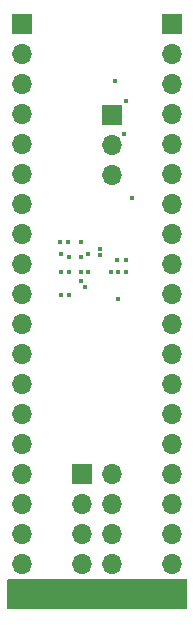
<source format=gbr>
%TF.GenerationSoftware,KiCad,Pcbnew,8.0.1*%
%TF.CreationDate,2024-03-17T23:14:56+11:00*%
%TF.ProjectId,PCAL6534EV-breakout,5043414c-3635-4333-9445-562d62726561,rev?*%
%TF.SameCoordinates,Original*%
%TF.FileFunction,Copper,L4,Inr*%
%TF.FilePolarity,Positive*%
%FSLAX46Y46*%
G04 Gerber Fmt 4.6, Leading zero omitted, Abs format (unit mm)*
G04 Created by KiCad (PCBNEW 8.0.1) date 2024-03-17 23:14:56*
%MOMM*%
%LPD*%
G01*
G04 APERTURE LIST*
%TA.AperFunction,ComponentPad*%
%ADD10R,1.700000X1.700000*%
%TD*%
%TA.AperFunction,ComponentPad*%
%ADD11O,1.700000X1.700000*%
%TD*%
%TA.AperFunction,ViaPad*%
%ADD12C,0.450000*%
%TD*%
%TA.AperFunction,ViaPad*%
%ADD13C,0.800000*%
%TD*%
G04 APERTURE END LIST*
D10*
%TO.N,GND*%
%TO.C,J4*%
X153725000Y-124450000D03*
D11*
%TO.N,P2_0*%
X156265000Y-124450000D03*
%TO.N,P1_6*%
X153725000Y-126990000D03*
%TO.N,P2_2*%
X156265000Y-126990000D03*
%TO.N,P1_7*%
X153725000Y-129530000D03*
%TO.N,P2_1*%
X156265000Y-129530000D03*
%TO.N,P1_4*%
X153725000Y-132070000D03*
%TO.N,GND*%
X156265000Y-132070000D03*
%TD*%
D10*
%TO.N,+3V3*%
%TO.C,JP1*%
X156270000Y-93985000D03*
D11*
%TO.N,/V_{DD(P)}*%
X156270000Y-96525000D03*
%TO.N,VIO*%
X156270000Y-99065000D03*
%TD*%
D10*
%TO.N,GND*%
%TO.C,J3*%
X161350000Y-86350000D03*
D11*
%TO.N,+3V3*%
X161350000Y-88890000D03*
%TO.N,VIO*%
X161350000Y-91430000D03*
%TO.N,GND*%
X161350000Y-93970000D03*
%TO.N,/~{RESET}*%
X161350000Y-96510000D03*
%TO.N,GND*%
X161350000Y-99050000D03*
%TO.N,P4_1*%
X161350000Y-101590000D03*
%TO.N,P4_0*%
X161350000Y-104130000D03*
%TO.N,P3_7*%
X161350000Y-106670000D03*
%TO.N,P3_6*%
X161350000Y-109210000D03*
%TO.N,P3_5*%
X161350000Y-111750000D03*
%TO.N,P3_3*%
X161350000Y-114290000D03*
%TO.N,P3_2*%
X161350000Y-116830000D03*
%TO.N,P3_0*%
X161350000Y-119370000D03*
%TO.N,P2_7*%
X161350000Y-121910000D03*
%TO.N,P2_5*%
X161350000Y-124450000D03*
%TO.N,P2_6*%
X161350000Y-126990000D03*
%TO.N,P2_4*%
X161350000Y-129530000D03*
%TO.N,P2_3*%
X161350000Y-132070000D03*
%TO.N,GND*%
X161350000Y-134610000D03*
%TD*%
D10*
%TO.N,GND*%
%TO.C,J2*%
X148650000Y-86350000D03*
D11*
%TO.N,/SCL*%
X148650000Y-88890000D03*
%TO.N,/SDA*%
X148650000Y-91430000D03*
%TO.N,GND*%
X148650000Y-93970000D03*
%TO.N,/~{INT}*%
X148650000Y-96510000D03*
%TO.N,GND*%
X148650000Y-99050000D03*
%TO.N,P3_4*%
X148650000Y-101590000D03*
%TO.N,P0_2*%
X148650000Y-104130000D03*
%TO.N,P0_1*%
X148650000Y-106670000D03*
%TO.N,P0_5*%
X148650000Y-109210000D03*
%TO.N,P0_0*%
X148650000Y-111750000D03*
%TO.N,P0_4*%
X148650000Y-114290000D03*
%TO.N,P0_3*%
X148650000Y-116830000D03*
%TO.N,P0_7*%
X148650000Y-119370000D03*
%TO.N,P0_6*%
X148650000Y-121910000D03*
%TO.N,P1_2*%
X148650000Y-124450000D03*
%TO.N,P1_1*%
X148650000Y-126990000D03*
%TO.N,P1_5*%
X148650000Y-129530000D03*
%TO.N,P1_3*%
X148650000Y-132070000D03*
%TO.N,GND*%
X148650000Y-134610000D03*
%TD*%
D12*
%TO.N,GND*%
X151825000Y-104765000D03*
D13*
X156270000Y-133975000D03*
D12*
X154185414Y-105783148D03*
X157921002Y-101052000D03*
D13*
X155000000Y-133848000D03*
D12*
X151952000Y-109231000D03*
D13*
X153730000Y-133975000D03*
D12*
X154190000Y-107305000D03*
X157286000Y-95621000D03*
D13*
X153095000Y-134610000D03*
X154365000Y-134610000D03*
X156905000Y-134610000D03*
D12*
X156777996Y-109605002D03*
X155206978Y-105330000D03*
X151952000Y-105781000D03*
X153603000Y-108035000D03*
X156500030Y-91152030D03*
D13*
X155635000Y-134610000D03*
D12*
X156641962Y-106316994D03*
X157413000Y-92827000D03*
D13*
X152460000Y-133975000D03*
D12*
X156778000Y-107305000D03*
D13*
X157540000Y-133975000D03*
D12*
X151952000Y-107305000D03*
%TO.N,+3V3*%
X154000000Y-108600000D03*
X157413000Y-106289000D03*
X153607000Y-104765000D03*
%TO.N,/SDA*%
X153603000Y-107305000D03*
%TO.N,/SCL*%
X153602998Y-106035000D03*
%TO.N,/V_{DD(P)}*%
X156143000Y-107305000D03*
%TO.N,Net-(JP4-A)*%
X152587000Y-107305000D03*
X152585883Y-106036117D03*
%TO.N,/ADDR*%
X155200000Y-105908000D03*
%TO.N,/~{RESET}*%
X157413000Y-107305000D03*
%TO.N,/~{INT}*%
X152587231Y-109231000D03*
X152481000Y-104765000D03*
%TD*%
%TA.AperFunction,Conductor*%
%TO.N,GND*%
G36*
X162607113Y-133352887D02*
G01*
X162620000Y-133384000D01*
X162620000Y-135836000D01*
X162607113Y-135867113D01*
X162576000Y-135880000D01*
X147424000Y-135880000D01*
X147392887Y-135867113D01*
X147380000Y-135836000D01*
X147380000Y-133384000D01*
X147392887Y-133352887D01*
X147424000Y-133340000D01*
X162576000Y-133340000D01*
X162607113Y-133352887D01*
G37*
%TD.AperFunction*%
%TD*%
M02*

</source>
